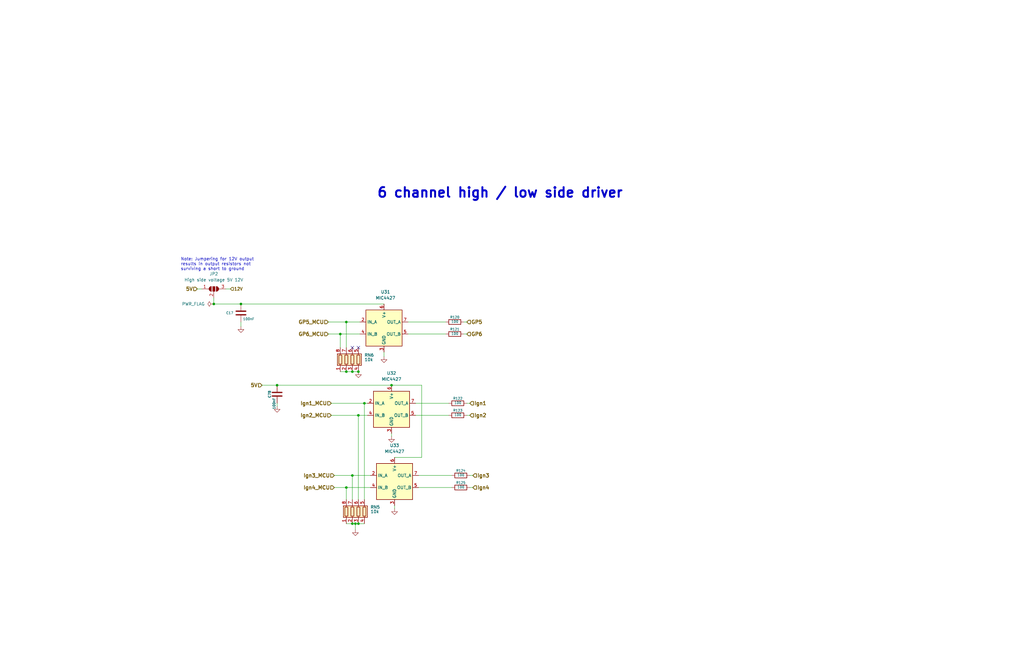
<source format=kicad_sch>
(kicad_sch (version 20211123) (generator eeschema)
  (paper "B")
  (title_block (title "microgerefi-2L") (date "2020-05-24") (rev "R0.5.2") (company "gerefi.com") (comment 1 "Donald Becker") (comment 2 "AI6OD"))
  (lib_symbols
    (symbol "Device:C" (pin_numbers hide) (pin_names (offset 0.254))
      (property "Reference" "C" (at 0.635 2.54 0))
      (property "Value" "C" (at 0.635 -2.54 0))
      (symbol "C_0_1"
        (polyline (pts (xy -2.032 -0.762) (xy 2.032 -0.762)) (stroke (width 0.508)))
        (polyline (pts (xy -2.032 0.762) (xy 2.032 0.762)) (stroke (width 0.508)))
      )
      (symbol "C_1_1"
        (pin passive line (at 0 3.81 270) (length 2.794) (name "~") (number "1"))
        (pin passive line (at 0 -3.81 90) (length 2.794) (name "~") (number "2"))
      )
    )
    (symbol "Device:R" (pin_numbers hide) (pin_names (offset 0))
      (property "Reference" "R" (at 2.032 0 90))
      (property "Value" "R" (at 0 0 90))
      (symbol "R_0_1"
        (rectangle (start -1.016 -2.54) (end 1.016 2.54) (stroke (width 0.254)))
      )
      (symbol "R_1_1"
        (pin passive line (at 0 3.81 270) (length 1.27) (name "~") (number "1"))
        (pin passive line (at 0 -3.81 90) (length 1.27) (name "~") (number "2"))
      )
    )
    (symbol "Device:R_Pack04" (pin_names (offset 0) hide)
      (property "Reference" "RN" (at -7.62 0 90))
      (property "Value" "R_Pack04" (at 5.08 0 90))
      (symbol "R_Pack04_0_1"
        (rectangle (start -6.35 -2.413) (end 3.81 2.413) (stroke (width 0.254)) (fill (type background)))
        (rectangle (start -5.715 1.905) (end -4.445 -1.905) (stroke (width 0.254)))
        (rectangle (start -3.175 1.905) (end -1.905 -1.905) (stroke (width 0.254)))
        (rectangle (start -0.635 1.905) (end 0.635 -1.905) (stroke (width 0.254)))
        (polyline (pts (xy -5.08 -2.54) (xy -5.08 -1.905)))
        (polyline (pts (xy -5.08 1.905) (xy -5.08 2.54)))
        (polyline (pts (xy -2.54 -2.54) (xy -2.54 -1.905)))
        (polyline (pts (xy -2.54 1.905) (xy -2.54 2.54)))
        (polyline (pts (xy 0 -2.54) (xy 0 -1.905)))
        (polyline (pts (xy 0 1.905) (xy 0 2.54)))
        (polyline (pts (xy 2.54 -2.54) (xy 2.54 -1.905)))
        (polyline (pts (xy 2.54 1.905) (xy 2.54 2.54)))
        (rectangle (start 1.905 1.905) (end 3.175 -1.905) (stroke (width 0.254)))
      )
      (symbol "R_Pack04_1_1"
        (pin passive line (at -5.08 -5.08 90) (length 2.54) (name "R1.1") (number "1"))
        (pin passive line (at -2.54 -5.08 90) (length 2.54) (name "R2.1") (number "2"))
        (pin passive line (at 0 -5.08 90) (length 2.54) (name "R3.1") (number "3"))
        (pin passive line (at 2.54 -5.08 90) (length 2.54) (name "R4.1") (number "4"))
        (pin passive line (at 2.54 5.08 270) (length 2.54) (name "R4.2") (number "5"))
        (pin passive line (at 0 5.08 270) (length 2.54) (name "R3.2") (number "6"))
        (pin passive line (at -2.54 5.08 270) (length 2.54) (name "R2.2") (number "7"))
        (pin passive line (at -5.08 5.08 270) (length 2.54) (name "R1.2") (number "8"))
      )
    )
    (symbol "Driver_FET:MIC4427"
      (property "Reference" "U" (at -7.62 8.89 0))
      (property "Value" "MIC4427" (at 1.27 8.89 0))
      (symbol "MIC4427_0_1"
        (rectangle (start -7.62 -7.62) (end 7.62 7.62) (stroke (width 0.254)) (fill (type background)))
      )
      (symbol "MIC4427_1_1"
        (pin no_connect line (at -7.62 0 0) (length 2.54) hide (name "NC") (number "1"))
        (pin input line (at -10.16 2.54 0) (length 2.54) (name "IN_A") (number "2"))
        (pin power_in line (at 0 -10.16 90) (length 2.54) (name "GND") (number "3"))
        (pin input line (at -10.16 -2.54 0) (length 2.54) (name "IN_B") (number "4"))
        (pin output line (at 10.16 -2.54 180) (length 2.54) (name "OUT_B") (number "5"))
        (pin power_in line (at 0 10.16 270) (length 2.54) (name "V+") (number "6"))
        (pin output line (at 10.16 2.54 180) (length 2.54) (name "OUT_A") (number "7"))
        (pin no_connect line (at 7.62 0 180) (length 2.54) hide (name "NC") (number "8"))
      )
    )
    (symbol "Jumper:SolderJumper_3_Open" (pin_names (offset 0) hide)
      (property "Reference" "JP" (at -2.54 -2.54 0))
      (property "Value" "SolderJumper_3_Open" (at 0 2.794 0))
      (symbol "SolderJumper_3_Open_0_1"
        (arc (start -1.016 1.016) (mid -2.032 0) (end -1.016 -1.016))
        (arc (start -1.016 1.016) (mid -2.032 0) (end -1.016 -1.016) (fill (type outline)))
        (rectangle (start -0.508 1.016) (end 0.508 -1.016) (fill (type outline)))
        (polyline (pts (xy -2.54 0) (xy -2.032 0)))
        (polyline (pts (xy -1.016 1.016) (xy -1.016 -1.016)))
        (polyline (pts (xy 0 -1.27) (xy 0 -1.016)))
        (polyline (pts (xy 1.016 1.016) (xy 1.016 -1.016)))
        (polyline (pts (xy 2.54 0) (xy 2.032 0)))
        (arc (start 1.016 -1.016) (mid 2.032 0) (end 1.016 1.016))
        (arc (start 1.016 -1.016) (mid 2.032 0) (end 1.016 1.016) (fill (type outline)))
      )
      (symbol "SolderJumper_3_Open_1_1"
        (pin passive line (at -5.08 0 0) (length 2.54) (name "A") (number "1"))
        (pin input line (at 0 -3.81 90) (length 2.54) (name "C") (number "2"))
        (pin passive line (at 5.08 0 180) (length 2.54) (name "B") (number "3"))
      )
    )
    (symbol "power:GND" (power) (pin_names (offset 0))
      (property "Value" "GND" (at 0 -3.81 0))
      (symbol "GND_0_1"
        (polyline (pts (xy 0 0) (xy 0 -1.27) (xy 1.27 -1.27) (xy 0 -2.54) (xy -1.27 -1.27) (xy 0 -1.27)))
      )
      (symbol "GND_1_1"
        (pin power_in line (at 0 0 270) (length 0) hide (name "GND") (number "1"))
      )
    )
    (symbol "power:PWR_FLAG" (power) (pin_numbers hide) (pin_names (offset 0) hide)
      (property "Value" "PWR_FLAG" (at 0 3.81 0))
      (symbol "PWR_FLAG_0_0"
        (pin power_out line (at 0 0 90) (length 0) (name "pwr") (number "1"))
      )
      (symbol "PWR_FLAG_0_1"
        (polyline (pts (xy 0 0) (xy 0 1.27) (xy -1.016 1.905) (xy 0 2.54) (xy 1.016 1.905) (xy 0 1.27)))
      )
    )
  )
  (junction (at 116.84 162.56))
  (junction (at 148.59 156.845))
  (junction (at 151.13 220.98))
  (junction (at 151.13 156.845))
  (junction (at 143.51 140.97))
  (junction (at 149.86 220.98))
  (junction (at 165.1 162.56))
  (junction (at 146.05 135.89))
  (junction (at 101.6 128.27))
  (junction (at 146.05 156.845))
  (junction (at 151.13 175.26))
  (junction (at 153.67 170.18))
  (junction (at 90.17 128.27))
  (junction (at 146.05 205.74))
  (junction (at 148.59 220.98))
  (junction (at 148.59 200.66))
  (no_connect (at 148.59 146.685))
  (no_connect (at 151.13 146.685))
  (wire (pts (xy 146.05 205.74) (xy 156.21 205.74)))
  (wire (pts (xy 196.85 170.18) (xy 198.12 170.18)))
  (wire (pts (xy 198.12 200.66) (xy 199.39 200.66)))
  (wire (pts (xy 176.53 205.74) (xy 190.5 205.74)))
  (wire (pts (xy 90.17 128.27) (xy 101.6 128.27)))
  (wire (pts (xy 198.12 205.74) (xy 199.39 205.74)))
  (wire (pts (xy 95.25 121.92) (xy 97.155 121.92)))
  (wire (pts (xy 177.8 162.56) (xy 165.1 162.56)))
  (wire (pts (xy 161.925 148.59) (xy 161.925 150.495)))
  (wire (pts (xy 196.85 175.26) (xy 198.12 175.26)))
  (wire (pts (xy 172.085 135.89) (xy 187.96 135.89)))
  (wire (pts (xy 195.58 135.89) (xy 196.85 135.89)))
  (wire (pts (xy 148.59 200.66) (xy 148.59 210.82)))
  (wire (pts (xy 176.53 200.66) (xy 190.5 200.66)))
  (wire (pts (xy 138.43 140.97) (xy 143.51 140.97)))
  (wire (pts (xy 110.49 162.56) (xy 116.84 162.56)))
  (wire (pts (xy 139.7 170.18) (xy 153.67 170.18)))
  (wire (pts (xy 101.6 135.89) (xy 101.6 137.795)))
  (wire (pts (xy 166.37 213.36) (xy 166.37 214.63)))
  (wire (pts (xy 139.7 175.26) (xy 151.13 175.26)))
  (wire (pts (xy 143.51 140.97) (xy 143.51 146.685)))
  (wire (pts (xy 153.67 170.18) (xy 153.67 210.82)))
  (wire (pts (xy 140.97 205.74) (xy 146.05 205.74)))
  (wire (pts (xy 90.17 125.73) (xy 90.17 128.27)))
  (wire (pts (xy 175.26 170.18) (xy 189.23 170.18)))
  (wire (pts (xy 140.97 200.66) (xy 148.59 200.66)))
  (wire (pts (xy 165.1 182.88) (xy 165.1 184.15)))
  (wire (pts (xy 154.94 170.18) (xy 153.67 170.18)))
  (wire (pts (xy 83.185 121.92) (xy 85.09 121.92)))
  (wire (pts (xy 138.43 135.89) (xy 146.05 135.89)))
  (wire (pts (xy 151.13 175.26) (xy 151.13 210.82)))
  (wire (pts (xy 116.84 162.56) (xy 165.1 162.56)))
  (wire (pts (xy 151.13 175.26) (xy 154.94 175.26)))
  (wire (pts (xy 146.05 205.74) (xy 146.05 210.82)))
  (wire (pts (xy 156.21 200.66) (xy 148.59 200.66)))
  (wire (pts (xy 143.51 140.97) (xy 151.765 140.97)))
  (wire (pts (xy 116.84 170.18) (xy 116.84 171.45)))
  (wire (pts (xy 148.59 156.845) (xy 151.13 156.845)))
  (wire (pts (xy 146.05 220.98) (xy 148.59 220.98)))
  (wire (pts (xy 151.13 220.98) (xy 153.67 220.98)))
  (wire (pts (xy 175.26 175.26) (xy 189.23 175.26)))
  (wire (pts (xy 151.765 135.89) (xy 146.05 135.89)))
  (wire (pts (xy 177.8 193.04) (xy 177.8 162.56)))
  (wire (pts (xy 143.51 156.845) (xy 146.05 156.845)))
  (wire (pts (xy 149.86 220.98) (xy 151.13 220.98)))
  (wire (pts (xy 166.37 193.04) (xy 177.8 193.04)))
  (wire (pts (xy 195.58 140.97) (xy 196.85 140.97)))
  (wire (pts (xy 101.6 128.27) (xy 161.925 128.27)))
  (wire (pts (xy 146.05 156.845) (xy 148.59 156.845)))
  (wire (pts (xy 172.085 140.97) (xy 187.96 140.97)))
  (wire (pts (xy 146.05 135.89) (xy 146.05 146.685)))
  (wire (pts (xy 149.86 220.98) (xy 149.86 223.52)))
  (wire (pts (xy 148.59 220.98) (xy 149.86 220.98)))
  (text "Note: Jumpering for 12V output\nresults in output resistors not\nsurviving a short to ground" (at 76.2 114.3 0) (effects (font (size 1.27 1.27)) (justify left bottom)))
  (text "6 channel high / low side driver" (at 158.75 83.82 0) (effects (font (size 4.064 4.064) (thickness 0.8128) bold) (justify left bottom)))
  (hierarchical_label "Ign1_MCU" (shape input) (at 139.7 170.18 180) (effects (font (size 1.524 1.524) (thickness 0.3048) bold)))
  (hierarchical_label "Ign2" (shape input) (at 198.12 175.26 0) (effects (font (size 1.524 1.524) (thickness 0.3048) bold)))
  (hierarchical_label "Ign3" (shape input) (at 199.39 200.66 0) (effects (font (size 1.524 1.524) (thickness 0.3048) bold)))
  (hierarchical_label "Ign3_MCU" (shape input) (at 140.97 200.66 180) (effects (font (size 1.524 1.524) (thickness 0.3048) bold)))
  (hierarchical_label "Ign1" (shape input) (at 198.12 170.18 0) (effects (font (size 1.524 1.524) (thickness 0.3048) bold)))
  (hierarchical_label "12V" (shape input) (at 97.155 121.92 0) (effects (font (thickness 0.254) bold)))
  (hierarchical_label "Ign2_MCU" (shape input) (at 139.7 175.26 180) (effects (font (size 1.524 1.524) (thickness 0.3048) bold)))
  (hierarchical_label "GP5" (shape input) (at 196.85 135.89 0) (effects (font (size 1.524 1.524) (thickness 0.3048) bold)))
  (hierarchical_label "5V" (shape input) (at 83.185 121.92 180) (effects (font (size 1.524 1.524) (thickness 0.3048) bold)))
  (hierarchical_label "Ign4_MCU" (shape input) (at 140.97 205.74 180) (effects (font (size 1.524 1.524) (thickness 0.3048) bold)))
  (hierarchical_label "GP6" (shape input) (at 196.85 140.97 0) (effects (font (size 1.524 1.524) (thickness 0.3048) bold)))
  (hierarchical_label "GP5_MCU" (shape input) (at 138.43 135.89 180) (effects (font (size 1.524 1.524) (thickness 0.3048) bold)))
  (hierarchical_label "Ign4" (shape input) (at 199.39 205.74 0) (effects (font (size 1.524 1.524) (thickness 0.3048) bold)))
  (hierarchical_label "GP6_MCU" (shape input) (at 138.43 140.97 180) (effects (font (size 1.524 1.524) (thickness 0.3048) bold)))
  (hierarchical_label "5V" (shape input) (at 110.49 162.56 180) (effects (font (size 1.524 1.524) (thickness 0.3048) bold)))
  (symbol (lib_id "power:GND") (at 149.86 223.52 0) (unit 1)
    (property "Reference" "#PWR0153" (effects hide))
    (property "Value" "GND" (effects hide))
  )
  (symbol (lib_id "Device:C") (at 116.84 166.37 0) (mirror y) (unit 1)
    (property "Reference" "C78" (at 113.665 166.37 90) (effects (font (size 1.016 1.016))))
    (property "Value" "100nF" (at 115.57 172.72 90) (effects (font (size 1.016 1.016)) (justify left)))
    (property "Footprint" "Capacitor_SMD:C_0603_1608Metric" (effects hide))
    (property "LCSC" "C14663" (effects hide))
    (property "Manufacturer" "KEMET" (effects hide))
    (property "Part #" "C0603C104J5RACTU" (effects hide))
    (property "VEND" "DIGI" (effects hide))
    (property "VEND#" "399-7844-1-ND" (effects hide))
  )
  (symbol (lib_id "power:GND") (at 116.84 171.45 0) (unit 1)
    (property "Reference" "#PWR0149" (effects hide))
    (property "Value" "GND" (effects hide))
  )
  (symbol (lib_id "Device:R") (at 191.77 135.89 270) (mirror x) (unit 1)
    (property "Reference" "R120" (at 191.77 133.858 90) (effects (font (size 1.016 1.016))))
    (property "Value" "100" (at 191.7954 135.7122 90) (effects (font (size 1.016 1.016))))
    (property "Footprint" "Resistor_SMD:R_1206_3216Metric" (effects hide))
    (property "Part #" "RMCF0603FT100R" (effects hide))
    (property "VEND" "DIGI" (effects hide))
    (property "VEND#" "RMCF0603FT100RCT-ND" (effects hide))
    (property "Manufacturer" "StackPole" (effects hide))
    (property "LCSC" "C17901" (effects hide))
  )
  (symbol (lib_id "power:GND") (at 161.925 150.495 0) (unit 1)
    (property "Reference" "#PWR0158" (effects hide))
    (property "Value" "GND" (effects hide))
  )
  (symbol (lib_id "power:GND") (at 151.13 156.845 0) (unit 1)
    (property "Reference" "#PWR0150" (effects hide))
    (property "Value" "GND" (effects hide))
  )
  (symbol (lib_id "Device:R") (at 191.77 140.97 270) (mirror x) (unit 1)
    (property "Reference" "R121" (at 191.77 138.938 90) (effects (font (size 1.016 1.016))))
    (property "Value" "100" (at 191.7954 140.7922 90) (effects (font (size 1.016 1.016))))
    (property "Footprint" "Resistor_SMD:R_1206_3216Metric" (effects hide))
    (property "Part #" "RMCF0603FT100R" (effects hide))
    (property "VEND" "DIGI" (effects hide))
    (property "VEND#" "RMCF0603FT100RCT-ND" (effects hide))
    (property "Manufacturer" "StackPole" (effects hide))
    (property "LCSC" "C17901" (effects hide))
  )
  (symbol (lib_id "Device:R") (at 193.04 170.18 270) (mirror x) (unit 1)
    (property "Reference" "R122" (at 193.04 168.148 90) (effects (font (size 1.016 1.016))))
    (property "Value" "100" (at 193.0654 170.0022 90) (effects (font (size 1.016 1.016))))
    (property "Footprint" "Resistor_SMD:R_1206_3216Metric" (effects hide))
    (property "Part #" "RMCF0603FT100R" (effects hide))
    (property "VEND" "DIGI" (effects hide))
    (property "VEND#" "RMCF0603FT100RCT-ND" (effects hide))
    (property "Manufacturer" "StackPole" (effects hide))
    (property "LCSC" "C17901" (effects hide))
  )
  (symbol (lib_id "Device:R") (at 193.04 175.26 270) (mirror x) (unit 1)
    (property "Reference" "R123" (at 193.04 173.228 90) (effects (font (size 1.016 1.016))))
    (property "Value" "100" (at 193.0654 175.0822 90) (effects (font (size 1.016 1.016))))
    (property "Footprint" "Resistor_SMD:R_1206_3216Metric" (effects hide))
    (property "Part #" "RMCF0603FT100R" (effects hide))
    (property "VEND" "DIGI" (effects hide))
    (property "VEND#" "RMCF0603FT100RCT-ND" (effects hide))
    (property "Manufacturer" "StackPole" (effects hide))
    (property "LCSC" "C17901" (effects hide))
  )
  (symbol (lib_id "Device:R") (at 194.31 200.66 270) (mirror x) (unit 1)
    (property "Reference" "R124" (at 194.31 198.628 90) (effects (font (size 1.016 1.016))))
    (property "Value" "100" (at 194.3354 200.4822 90) (effects (font (size 1.016 1.016))))
    (property "Footprint" "Resistor_SMD:R_1206_3216Metric" (effects hide))
    (property "Part #" "RMCF0603FT100R" (effects hide))
    (property "VEND" "DIGI" (effects hide))
    (property "VEND#" "RMCF0603FT100RCT-ND" (effects hide))
    (property "Manufacturer" "StackPole" (effects hide))
    (property "LCSC" "C17901" (effects hide))
  )
  (symbol (lib_id "Device:R") (at 194.31 205.74 270) (mirror x) (unit 1)
    (property "Reference" "R125" (at 194.31 203.708 90) (effects (font (size 1.016 1.016))))
    (property "Value" "100" (at 194.3354 205.5622 90) (effects (font (size 1.016 1.016))))
    (property "Footprint" "Resistor_SMD:R_1206_3216Metric" (effects hide))
    (property "Part #" "RMCF0603FT100R" (effects hide))
    (property "VEND" "DIGI" (effects hide))
    (property "VEND#" "RMCF0603FT100RCT-ND" (effects hide))
    (property "Manufacturer" "StackPole" (effects hide))
    (property "LCSC" "C17901" (effects hide))
  )
  (symbol (lib_id "Jumper:SolderJumper_3_Open") (at 90.17 121.92 0) (unit 1)
    (property "Reference" "JP2" (at 90.17 115.57 0))
    (property "Value" "High side voltage 5V 12V" (at 90.17 118.11 0))
    (property "Footprint" "Jumper:SolderJumper-3_P1.3mm_Open_Pad1.0x1.5mm" (effects hide))
  )
  (symbol (lib_id "Device:R_Pack04") (at 151.13 215.9 0) (unit 1)
    (property "Reference" "RN5" (at 156.21 213.995 0) (effects (justify left)))
    (property "Value" "10k" (at 156.21 215.9 0) (effects (justify left)))
    (property "Footprint" "Resistor_SMD:R_Array_Convex_4x0603" (effects hide))
    (property "LCSC" "C29718" (effects hide))
    (property "Manufacturer" "Yageo" (effects hide))
    (property "Part #" "YC164-JR-0710KL" (effects hide))
    (property "VEND" "DIGI" (effects hide))
    (property "VEND#" "YC164J-10KCT-ND" (effects hide))
  )
  (symbol (lib_id "Device:R_Pack04") (at 148.59 151.765 0) (unit 1)
    (property "Reference" "RN6" (at 153.67 149.86 0) (effects (justify left)))
    (property "Value" "10k" (at 153.67 151.765 0) (effects (justify left)))
    (property "Footprint" "Resistor_SMD:R_Array_Convex_4x0603" (effects hide))
    (property "LCSC" "C29718" (effects hide))
    (property "Manufacturer" "Yageo" (effects hide))
    (property "Part #" "YC164-JR-0710KL" (effects hide))
    (property "VEND" "DIGI" (effects hide))
    (property "VEND#" "YC164J-10KCT-ND" (effects hide))
  )
  (symbol (lib_id "Driver_FET:MIC4427") (at 161.925 138.43 0) (unit 1)
    (property "Reference" "U31" (at 162.56 123.19 0))
    (property "Value" "MIC4427" (at 162.56 125.73 0))
    (property "Footprint" "Package_SO:SOIC-8_3.9x4.9mm_P1.27mm" (effects hide))
    (property "Datasheet" "http://ww1.microchip.com/downloads/en/DeviceDoc/mic4426.pdf" (effects hide))
    (property "LCSC" "C144205" (effects hide))
  )
  (symbol (lib_id "Driver_FET:MIC4427") (at 166.37 203.2 0) (unit 1)
    (property "Reference" "U33" (at 166.37 187.96 0))
    (property "Value" "MIC4427" (at 166.37 190.5 0))
    (property "Footprint" "Package_SO:SOIC-8_3.9x4.9mm_P1.27mm" (effects hide))
    (property "Datasheet" "http://ww1.microchip.com/downloads/en/DeviceDoc/mic4426.pdf" (effects hide))
    (property "LCSC" "C144205" (effects hide))
  )
  (symbol (lib_id "power:GND") (at 166.37 214.63 0) (unit 1)
    (property "Reference" "#PWR0137" (effects hide))
    (property "Value" "GND" (effects hide))
  )
  (symbol (lib_id "Driver_FET:MIC4427") (at 165.1 172.72 0) (unit 1)
    (property "Reference" "U32" (at 165.1 157.48 0))
    (property "Value" "MIC4427" (at 165.1 160.02 0))
    (property "Footprint" "Package_SO:SOIC-8_3.9x4.9mm_P1.27mm" (effects hide))
    (property "Datasheet" "http://ww1.microchip.com/downloads/en/DeviceDoc/mic4426.pdf" (effects hide))
    (property "LCSC" "C144205" (effects hide))
  )
  (symbol (lib_id "power:GND") (at 165.1 184.15 0) (unit 1)
    (property "Reference" "#PWR0146" (effects hide))
    (property "Value" "GND" (effects hide))
  )
  (symbol (lib_id "power:PWR_FLAG") (at 90.17 128.27 90) (unit 1)
    (property "Reference" "#FLG0107" (effects hide))
    (property "Value" "PWR_FLAG" (at 86.36 128.27 90) (effects (justify left)))
  )
  (symbol (lib_id "Device:C") (at 101.6 132.08 0) (mirror y) (unit 1)
    (property "Reference" "C17" (at 98.425 132.08 0) (effects (font (size 1.016 1.016)) (justify left)))
    (property "Value" "100nF" (at 107.315 134.62 0) (effects (font (size 1.016 1.016)) (justify left)))
    (property "Footprint" "Capacitor_SMD:C_0603_1608Metric" (effects hide))
    (property "LCSC" "C14663" (effects hide))
    (property "Manufacturer" "KEMET" (effects hide))
    (property "Part #" "C0603C104J5RACTU" (effects hide))
    (property "VEND" "DIGI" (effects hide))
    (property "VEND#" "399-7844-1-ND" (effects hide))
  )
  (symbol (lib_id "power:GND") (at 101.6 137.795 0) (unit 1)
    (property "Reference" "#PWR0164" (effects hide))
    (property "Value" "GND" (effects hide))
  )
)
</source>
